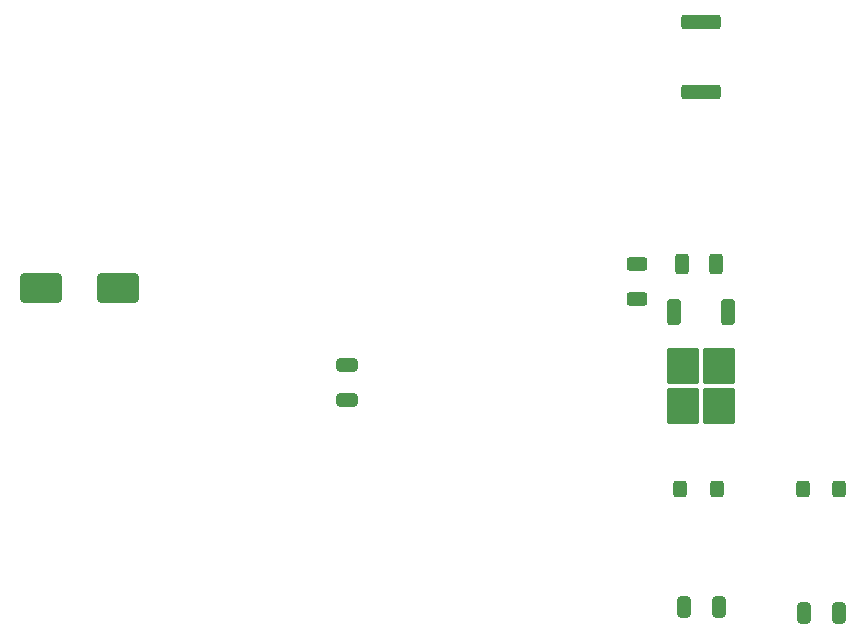
<source format=gbr>
%TF.GenerationSoftware,KiCad,Pcbnew,9.0.1*%
%TF.CreationDate,2025-07-20T02:37:13-05:00*%
%TF.ProjectId,Modulo CO2 de bus TM,4d6f6475-6c6f-4204-934f-322064652062,rev?*%
%TF.SameCoordinates,Original*%
%TF.FileFunction,Paste,Bot*%
%TF.FilePolarity,Positive*%
%FSLAX46Y46*%
G04 Gerber Fmt 4.6, Leading zero omitted, Abs format (unit mm)*
G04 Created by KiCad (PCBNEW 9.0.1) date 2025-07-20 02:37:13*
%MOMM*%
%LPD*%
G01*
G04 APERTURE LIST*
G04 Aperture macros list*
%AMRoundRect*
0 Rectangle with rounded corners*
0 $1 Rounding radius*
0 $2 $3 $4 $5 $6 $7 $8 $9 X,Y pos of 4 corners*
0 Add a 4 corners polygon primitive as box body*
4,1,4,$2,$3,$4,$5,$6,$7,$8,$9,$2,$3,0*
0 Add four circle primitives for the rounded corners*
1,1,$1+$1,$2,$3*
1,1,$1+$1,$4,$5*
1,1,$1+$1,$6,$7*
1,1,$1+$1,$8,$9*
0 Add four rect primitives between the rounded corners*
20,1,$1+$1,$2,$3,$4,$5,0*
20,1,$1+$1,$4,$5,$6,$7,0*
20,1,$1+$1,$6,$7,$8,$9,0*
20,1,$1+$1,$8,$9,$2,$3,0*%
G04 Aperture macros list end*
%ADD10RoundRect,0.250000X0.325000X0.650000X-0.325000X0.650000X-0.325000X-0.650000X0.325000X-0.650000X0*%
%ADD11RoundRect,0.250000X1.500000X1.000000X-1.500000X1.000000X-1.500000X-1.000000X1.500000X-1.000000X0*%
%ADD12RoundRect,0.250000X1.425000X-0.362500X1.425000X0.362500X-1.425000X0.362500X-1.425000X-0.362500X0*%
%ADD13RoundRect,0.250000X-1.125000X1.275000X-1.125000X-1.275000X1.125000X-1.275000X1.125000X1.275000X0*%
%ADD14RoundRect,0.250000X-0.350000X0.850000X-0.350000X-0.850000X0.350000X-0.850000X0.350000X0.850000X0*%
%ADD15RoundRect,0.250000X0.625000X-0.312500X0.625000X0.312500X-0.625000X0.312500X-0.625000X-0.312500X0*%
%ADD16RoundRect,0.300000X-0.300000X-0.400000X0.300000X-0.400000X0.300000X0.400000X-0.300000X0.400000X0*%
%ADD17RoundRect,0.250000X0.650000X-0.325000X0.650000X0.325000X-0.650000X0.325000X-0.650000X-0.325000X0*%
%ADD18RoundRect,0.250000X0.312500X0.625000X-0.312500X0.625000X-0.312500X-0.625000X0.312500X-0.625000X0*%
G04 APERTURE END LIST*
D10*
%TO.C,C5*%
X99175000Y-103062500D03*
X96225000Y-103062500D03*
%TD*%
D11*
%TO.C,C3*%
X38130000Y-75500000D03*
X31630000Y-75500000D03*
%TD*%
D12*
%TO.C,R3*%
X87500000Y-58925000D03*
X87500000Y-53000000D03*
%TD*%
D13*
%TO.C,Q1*%
X89025000Y-82152500D03*
X85975000Y-82152500D03*
X89025000Y-85502500D03*
X85975000Y-85502500D03*
D14*
X85220000Y-77527500D03*
X89780000Y-77527500D03*
%TD*%
D15*
%TO.C,R1*%
X82025000Y-76465000D03*
X82025000Y-73540000D03*
%TD*%
D16*
%TO.C,D1*%
X85700000Y-92562500D03*
X88800000Y-92562500D03*
%TD*%
D17*
%TO.C,C2*%
X57500000Y-84975000D03*
X57500000Y-82025000D03*
%TD*%
D10*
%TO.C,C4*%
X88975000Y-102562500D03*
X86025000Y-102562500D03*
%TD*%
D16*
%TO.C,D2*%
X96100000Y-92562500D03*
X99200000Y-92562500D03*
%TD*%
D18*
%TO.C,R2*%
X88780000Y-73527500D03*
X85855000Y-73527500D03*
%TD*%
M02*

</source>
